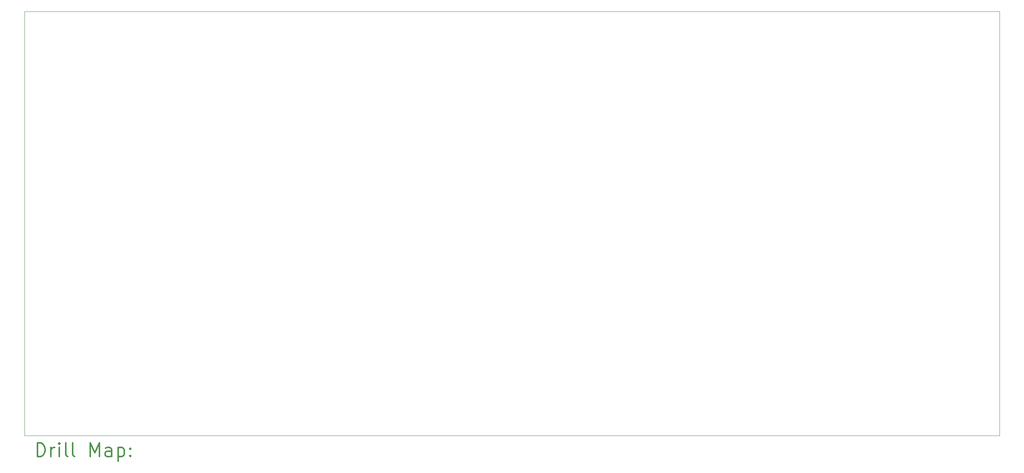
<source format=gbr>
%FSLAX45Y45*%
G04 Gerber Fmt 4.5, Leading zero omitted, Abs format (unit mm)*
G04 Created by KiCad (PCBNEW (5.1.12)-1) date 2022-10-05 17:51:13*
%MOMM*%
%LPD*%
G01*
G04 APERTURE LIST*
%TA.AperFunction,Profile*%
%ADD10C,0.050000*%
%TD*%
%ADD11C,0.200000*%
%ADD12C,0.300000*%
G04 APERTURE END LIST*
D10*
X2921000Y-12192000D02*
X2921000Y-2794000D01*
X24511000Y-12192000D02*
X2921000Y-12192000D01*
X24511000Y-2794000D02*
X24511000Y-12192000D01*
X2921000Y-2794000D02*
X24511000Y-2794000D01*
D11*
D12*
X3204928Y-12660214D02*
X3204928Y-12360214D01*
X3276357Y-12360214D01*
X3319214Y-12374500D01*
X3347786Y-12403071D01*
X3362071Y-12431643D01*
X3376357Y-12488786D01*
X3376357Y-12531643D01*
X3362071Y-12588786D01*
X3347786Y-12617357D01*
X3319214Y-12645929D01*
X3276357Y-12660214D01*
X3204928Y-12660214D01*
X3504928Y-12660214D02*
X3504928Y-12460214D01*
X3504928Y-12517357D02*
X3519214Y-12488786D01*
X3533500Y-12474500D01*
X3562071Y-12460214D01*
X3590643Y-12460214D01*
X3690643Y-12660214D02*
X3690643Y-12460214D01*
X3690643Y-12360214D02*
X3676357Y-12374500D01*
X3690643Y-12388786D01*
X3704928Y-12374500D01*
X3690643Y-12360214D01*
X3690643Y-12388786D01*
X3876357Y-12660214D02*
X3847786Y-12645929D01*
X3833500Y-12617357D01*
X3833500Y-12360214D01*
X4033500Y-12660214D02*
X4004928Y-12645929D01*
X3990643Y-12617357D01*
X3990643Y-12360214D01*
X4376357Y-12660214D02*
X4376357Y-12360214D01*
X4476357Y-12574500D01*
X4576357Y-12360214D01*
X4576357Y-12660214D01*
X4847786Y-12660214D02*
X4847786Y-12503071D01*
X4833500Y-12474500D01*
X4804928Y-12460214D01*
X4747786Y-12460214D01*
X4719214Y-12474500D01*
X4847786Y-12645929D02*
X4819214Y-12660214D01*
X4747786Y-12660214D01*
X4719214Y-12645929D01*
X4704928Y-12617357D01*
X4704928Y-12588786D01*
X4719214Y-12560214D01*
X4747786Y-12545929D01*
X4819214Y-12545929D01*
X4847786Y-12531643D01*
X4990643Y-12460214D02*
X4990643Y-12760214D01*
X4990643Y-12474500D02*
X5019214Y-12460214D01*
X5076357Y-12460214D01*
X5104928Y-12474500D01*
X5119214Y-12488786D01*
X5133500Y-12517357D01*
X5133500Y-12603071D01*
X5119214Y-12631643D01*
X5104928Y-12645929D01*
X5076357Y-12660214D01*
X5019214Y-12660214D01*
X4990643Y-12645929D01*
X5262071Y-12631643D02*
X5276357Y-12645929D01*
X5262071Y-12660214D01*
X5247786Y-12645929D01*
X5262071Y-12631643D01*
X5262071Y-12660214D01*
X5262071Y-12474500D02*
X5276357Y-12488786D01*
X5262071Y-12503071D01*
X5247786Y-12488786D01*
X5262071Y-12474500D01*
X5262071Y-12503071D01*
M02*

</source>
